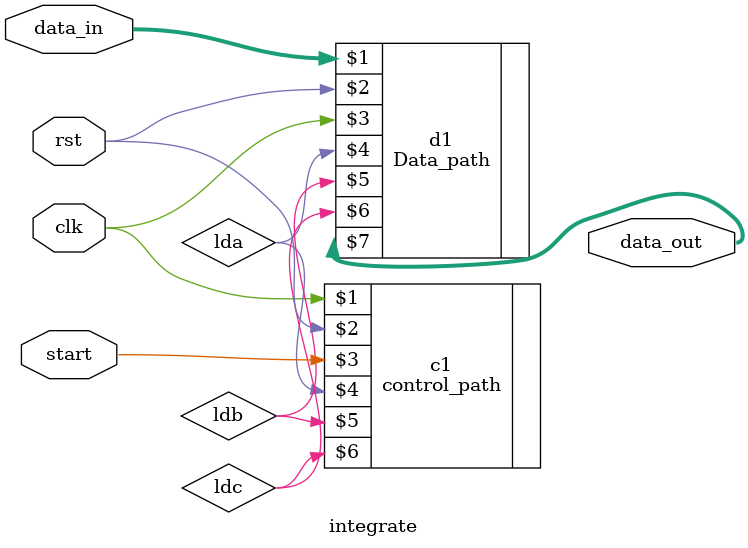
<source format=v>
module integrate(data_in,clk,rst,start,data_out);
input [7:0]data_in;
input clk,rst,start;
output [7:0]data_out;
wire lda,ldb,ldc;


Data_path d1(data_in,rst,clk,lda,ldb,ldc,data_out);
control_path c1(clk,rst,start,lda,ldb,ldc);
endmodule

</source>
